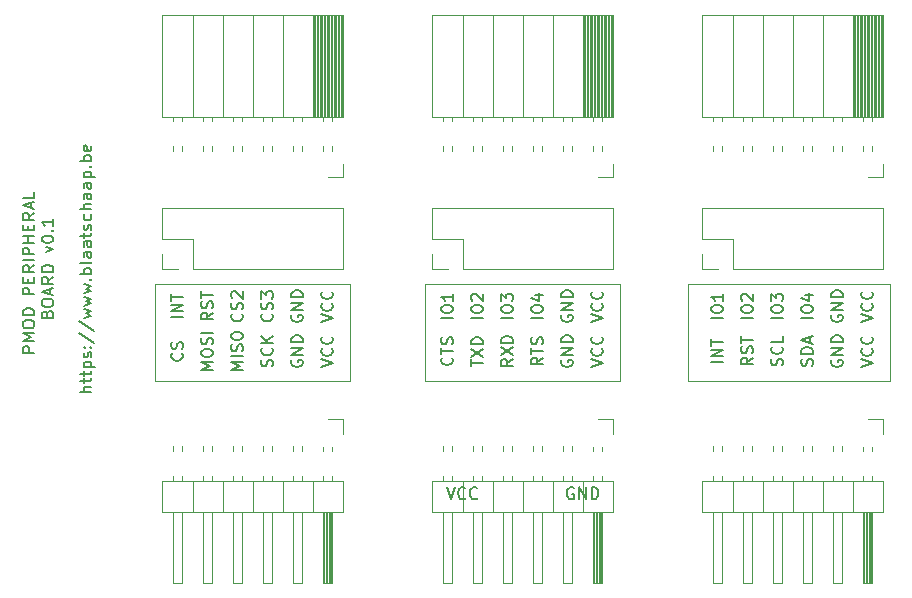
<source format=gbr>
%TF.GenerationSoftware,KiCad,Pcbnew,(6.0.5)*%
%TF.CreationDate,2022-05-29T15:24:28+02:00*%
%TF.ProjectId,pmod_peripheral,706d6f64-5f70-4657-9269-70686572616c,rev?*%
%TF.SameCoordinates,Original*%
%TF.FileFunction,Legend,Top*%
%TF.FilePolarity,Positive*%
%FSLAX46Y46*%
G04 Gerber Fmt 4.6, Leading zero omitted, Abs format (unit mm)*
G04 Created by KiCad (PCBNEW (6.0.5)) date 2022-05-29 15:24:28*
%MOMM*%
%LPD*%
G01*
G04 APERTURE LIST*
%ADD10C,0.120000*%
%ADD11C,0.150000*%
G04 APERTURE END LIST*
D10*
X84455000Y-71120000D02*
X100965000Y-71120000D01*
X100965000Y-71120000D02*
X100965000Y-79375000D01*
X100965000Y-79375000D02*
X84455000Y-79375000D01*
X84455000Y-79375000D02*
X84455000Y-71120000D01*
X61595000Y-71120000D02*
X78105000Y-71120000D01*
X78105000Y-71120000D02*
X78105000Y-79375000D01*
X78105000Y-79375000D02*
X61595000Y-79375000D01*
X61595000Y-79375000D02*
X61595000Y-71120000D01*
X106680000Y-71120000D02*
X123825000Y-71120000D01*
X123825000Y-71120000D02*
X123825000Y-79375000D01*
X123825000Y-79375000D02*
X106680000Y-79375000D01*
X106680000Y-79375000D02*
X106680000Y-71120000D01*
D11*
X109672380Y-77739761D02*
X108672380Y-77739761D01*
X109672380Y-77263571D02*
X108672380Y-77263571D01*
X109672380Y-76692142D01*
X108672380Y-76692142D01*
X108672380Y-76358809D02*
X108672380Y-75787380D01*
X109672380Y-76073095D02*
X108672380Y-76073095D01*
X97028095Y-88400000D02*
X96932857Y-88352380D01*
X96790000Y-88352380D01*
X96647142Y-88400000D01*
X96551904Y-88495238D01*
X96504285Y-88590476D01*
X96456666Y-88780952D01*
X96456666Y-88923809D01*
X96504285Y-89114285D01*
X96551904Y-89209523D01*
X96647142Y-89304761D01*
X96790000Y-89352380D01*
X96885238Y-89352380D01*
X97028095Y-89304761D01*
X97075714Y-89257142D01*
X97075714Y-88923809D01*
X96885238Y-88923809D01*
X97504285Y-89352380D02*
X97504285Y-88352380D01*
X98075714Y-89352380D01*
X98075714Y-88352380D01*
X98551904Y-89352380D02*
X98551904Y-88352380D01*
X98790000Y-88352380D01*
X98932857Y-88400000D01*
X99028095Y-88495238D01*
X99075714Y-88590476D01*
X99123333Y-88780952D01*
X99123333Y-88923809D01*
X99075714Y-89114285D01*
X99028095Y-89209523D01*
X98932857Y-89304761D01*
X98790000Y-89352380D01*
X98551904Y-89352380D01*
X63952380Y-73929761D02*
X62952380Y-73929761D01*
X63952380Y-73453571D02*
X62952380Y-73453571D01*
X63952380Y-72882142D01*
X62952380Y-72882142D01*
X62952380Y-72548809D02*
X62952380Y-71977380D01*
X63952380Y-72263095D02*
X62952380Y-72263095D01*
X73160000Y-73786904D02*
X73112380Y-73882142D01*
X73112380Y-74025000D01*
X73160000Y-74167857D01*
X73255238Y-74263095D01*
X73350476Y-74310714D01*
X73540952Y-74358333D01*
X73683809Y-74358333D01*
X73874285Y-74310714D01*
X73969523Y-74263095D01*
X74064761Y-74167857D01*
X74112380Y-74025000D01*
X74112380Y-73929761D01*
X74064761Y-73786904D01*
X74017142Y-73739285D01*
X73683809Y-73739285D01*
X73683809Y-73929761D01*
X74112380Y-73310714D02*
X73112380Y-73310714D01*
X74112380Y-72739285D01*
X73112380Y-72739285D01*
X74112380Y-72263095D02*
X73112380Y-72263095D01*
X73112380Y-72025000D01*
X73160000Y-71882142D01*
X73255238Y-71786904D01*
X73350476Y-71739285D01*
X73540952Y-71691666D01*
X73683809Y-71691666D01*
X73874285Y-71739285D01*
X73969523Y-71786904D01*
X74064761Y-71882142D01*
X74112380Y-72025000D01*
X74112380Y-72263095D01*
X96020000Y-77596904D02*
X95972380Y-77692142D01*
X95972380Y-77835000D01*
X96020000Y-77977857D01*
X96115238Y-78073095D01*
X96210476Y-78120714D01*
X96400952Y-78168333D01*
X96543809Y-78168333D01*
X96734285Y-78120714D01*
X96829523Y-78073095D01*
X96924761Y-77977857D01*
X96972380Y-77835000D01*
X96972380Y-77739761D01*
X96924761Y-77596904D01*
X96877142Y-77549285D01*
X96543809Y-77549285D01*
X96543809Y-77739761D01*
X96972380Y-77120714D02*
X95972380Y-77120714D01*
X96972380Y-76549285D01*
X95972380Y-76549285D01*
X96972380Y-76073095D02*
X95972380Y-76073095D01*
X95972380Y-75835000D01*
X96020000Y-75692142D01*
X96115238Y-75596904D01*
X96210476Y-75549285D01*
X96400952Y-75501666D01*
X96543809Y-75501666D01*
X96734285Y-75549285D01*
X96829523Y-75596904D01*
X96924761Y-75692142D01*
X96972380Y-75835000D01*
X96972380Y-76073095D01*
X88352380Y-78096904D02*
X88352380Y-77525476D01*
X89352380Y-77811190D02*
X88352380Y-77811190D01*
X88352380Y-77287380D02*
X89352380Y-76620714D01*
X88352380Y-76620714D02*
X89352380Y-77287380D01*
X89352380Y-76239761D02*
X88352380Y-76239761D01*
X88352380Y-76001666D01*
X88400000Y-75858809D01*
X88495238Y-75763571D01*
X88590476Y-75715952D01*
X88780952Y-75668333D01*
X88923809Y-75668333D01*
X89114285Y-75715952D01*
X89209523Y-75763571D01*
X89304761Y-75858809D01*
X89352380Y-76001666D01*
X89352380Y-76239761D01*
X94432380Y-77382619D02*
X93956190Y-77715952D01*
X94432380Y-77954047D02*
X93432380Y-77954047D01*
X93432380Y-77573095D01*
X93480000Y-77477857D01*
X93527619Y-77430238D01*
X93622857Y-77382619D01*
X93765714Y-77382619D01*
X93860952Y-77430238D01*
X93908571Y-77477857D01*
X93956190Y-77573095D01*
X93956190Y-77954047D01*
X93432380Y-77096904D02*
X93432380Y-76525476D01*
X94432380Y-76811190D02*
X93432380Y-76811190D01*
X94384761Y-76239761D02*
X94432380Y-76096904D01*
X94432380Y-75858809D01*
X94384761Y-75763571D01*
X94337142Y-75715952D01*
X94241904Y-75668333D01*
X94146666Y-75668333D01*
X94051428Y-75715952D01*
X94003809Y-75763571D01*
X93956190Y-75858809D01*
X93908571Y-76049285D01*
X93860952Y-76144523D01*
X93813333Y-76192142D01*
X93718095Y-76239761D01*
X93622857Y-76239761D01*
X93527619Y-76192142D01*
X93480000Y-76144523D01*
X93432380Y-76049285D01*
X93432380Y-75811190D01*
X93480000Y-75668333D01*
X121372380Y-78168333D02*
X122372380Y-77835000D01*
X121372380Y-77501666D01*
X122277142Y-76596904D02*
X122324761Y-76644523D01*
X122372380Y-76787380D01*
X122372380Y-76882619D01*
X122324761Y-77025476D01*
X122229523Y-77120714D01*
X122134285Y-77168333D01*
X121943809Y-77215952D01*
X121800952Y-77215952D01*
X121610476Y-77168333D01*
X121515238Y-77120714D01*
X121420000Y-77025476D01*
X121372380Y-76882619D01*
X121372380Y-76787380D01*
X121420000Y-76644523D01*
X121467619Y-76596904D01*
X122277142Y-75596904D02*
X122324761Y-75644523D01*
X122372380Y-75787380D01*
X122372380Y-75882619D01*
X122324761Y-76025476D01*
X122229523Y-76120714D01*
X122134285Y-76168333D01*
X121943809Y-76215952D01*
X121800952Y-76215952D01*
X121610476Y-76168333D01*
X121515238Y-76120714D01*
X121420000Y-76025476D01*
X121372380Y-75882619D01*
X121372380Y-75787380D01*
X121420000Y-75644523D01*
X121467619Y-75596904D01*
X109672380Y-74025000D02*
X108672380Y-74025000D01*
X108672380Y-73358333D02*
X108672380Y-73167857D01*
X108720000Y-73072619D01*
X108815238Y-72977380D01*
X109005714Y-72929761D01*
X109339047Y-72929761D01*
X109529523Y-72977380D01*
X109624761Y-73072619D01*
X109672380Y-73167857D01*
X109672380Y-73358333D01*
X109624761Y-73453571D01*
X109529523Y-73548809D01*
X109339047Y-73596428D01*
X109005714Y-73596428D01*
X108815238Y-73548809D01*
X108720000Y-73453571D01*
X108672380Y-73358333D01*
X109672380Y-71977380D02*
X109672380Y-72548809D01*
X109672380Y-72263095D02*
X108672380Y-72263095D01*
X108815238Y-72358333D01*
X108910476Y-72453571D01*
X108958095Y-72548809D01*
X86717142Y-77382619D02*
X86764761Y-77430238D01*
X86812380Y-77573095D01*
X86812380Y-77668333D01*
X86764761Y-77811190D01*
X86669523Y-77906428D01*
X86574285Y-77954047D01*
X86383809Y-78001666D01*
X86240952Y-78001666D01*
X86050476Y-77954047D01*
X85955238Y-77906428D01*
X85860000Y-77811190D01*
X85812380Y-77668333D01*
X85812380Y-77573095D01*
X85860000Y-77430238D01*
X85907619Y-77382619D01*
X85812380Y-77096904D02*
X85812380Y-76525476D01*
X86812380Y-76811190D02*
X85812380Y-76811190D01*
X86764761Y-76239761D02*
X86812380Y-76096904D01*
X86812380Y-75858809D01*
X86764761Y-75763571D01*
X86717142Y-75715952D01*
X86621904Y-75668333D01*
X86526666Y-75668333D01*
X86431428Y-75715952D01*
X86383809Y-75763571D01*
X86336190Y-75858809D01*
X86288571Y-76049285D01*
X86240952Y-76144523D01*
X86193333Y-76192142D01*
X86098095Y-76239761D01*
X86002857Y-76239761D01*
X85907619Y-76192142D01*
X85860000Y-76144523D01*
X85812380Y-76049285D01*
X85812380Y-75811190D01*
X85860000Y-75668333D01*
X51377380Y-76969047D02*
X50377380Y-76969047D01*
X50377380Y-76588095D01*
X50425000Y-76492857D01*
X50472619Y-76445238D01*
X50567857Y-76397619D01*
X50710714Y-76397619D01*
X50805952Y-76445238D01*
X50853571Y-76492857D01*
X50901190Y-76588095D01*
X50901190Y-76969047D01*
X51377380Y-75969047D02*
X50377380Y-75969047D01*
X51091666Y-75635714D01*
X50377380Y-75302380D01*
X51377380Y-75302380D01*
X50377380Y-74635714D02*
X50377380Y-74445238D01*
X50425000Y-74350000D01*
X50520238Y-74254761D01*
X50710714Y-74207142D01*
X51044047Y-74207142D01*
X51234523Y-74254761D01*
X51329761Y-74350000D01*
X51377380Y-74445238D01*
X51377380Y-74635714D01*
X51329761Y-74730952D01*
X51234523Y-74826190D01*
X51044047Y-74873809D01*
X50710714Y-74873809D01*
X50520238Y-74826190D01*
X50425000Y-74730952D01*
X50377380Y-74635714D01*
X51377380Y-73778571D02*
X50377380Y-73778571D01*
X50377380Y-73540476D01*
X50425000Y-73397619D01*
X50520238Y-73302380D01*
X50615476Y-73254761D01*
X50805952Y-73207142D01*
X50948809Y-73207142D01*
X51139285Y-73254761D01*
X51234523Y-73302380D01*
X51329761Y-73397619D01*
X51377380Y-73540476D01*
X51377380Y-73778571D01*
X51377380Y-72016666D02*
X50377380Y-72016666D01*
X50377380Y-71635714D01*
X50425000Y-71540476D01*
X50472619Y-71492857D01*
X50567857Y-71445238D01*
X50710714Y-71445238D01*
X50805952Y-71492857D01*
X50853571Y-71540476D01*
X50901190Y-71635714D01*
X50901190Y-72016666D01*
X50853571Y-71016666D02*
X50853571Y-70683333D01*
X51377380Y-70540476D02*
X51377380Y-71016666D01*
X50377380Y-71016666D01*
X50377380Y-70540476D01*
X51377380Y-69540476D02*
X50901190Y-69873809D01*
X51377380Y-70111904D02*
X50377380Y-70111904D01*
X50377380Y-69730952D01*
X50425000Y-69635714D01*
X50472619Y-69588095D01*
X50567857Y-69540476D01*
X50710714Y-69540476D01*
X50805952Y-69588095D01*
X50853571Y-69635714D01*
X50901190Y-69730952D01*
X50901190Y-70111904D01*
X51377380Y-69111904D02*
X50377380Y-69111904D01*
X51377380Y-68635714D02*
X50377380Y-68635714D01*
X50377380Y-68254761D01*
X50425000Y-68159523D01*
X50472619Y-68111904D01*
X50567857Y-68064285D01*
X50710714Y-68064285D01*
X50805952Y-68111904D01*
X50853571Y-68159523D01*
X50901190Y-68254761D01*
X50901190Y-68635714D01*
X51377380Y-67635714D02*
X50377380Y-67635714D01*
X50853571Y-67635714D02*
X50853571Y-67064285D01*
X51377380Y-67064285D02*
X50377380Y-67064285D01*
X50853571Y-66588095D02*
X50853571Y-66254761D01*
X51377380Y-66111904D02*
X51377380Y-66588095D01*
X50377380Y-66588095D01*
X50377380Y-66111904D01*
X51377380Y-65111904D02*
X50901190Y-65445238D01*
X51377380Y-65683333D02*
X50377380Y-65683333D01*
X50377380Y-65302380D01*
X50425000Y-65207142D01*
X50472619Y-65159523D01*
X50567857Y-65111904D01*
X50710714Y-65111904D01*
X50805952Y-65159523D01*
X50853571Y-65207142D01*
X50901190Y-65302380D01*
X50901190Y-65683333D01*
X51091666Y-64730952D02*
X51091666Y-64254761D01*
X51377380Y-64826190D02*
X50377380Y-64492857D01*
X51377380Y-64159523D01*
X51377380Y-63350000D02*
X51377380Y-63826190D01*
X50377380Y-63826190D01*
X52463571Y-73683333D02*
X52511190Y-73540476D01*
X52558809Y-73492857D01*
X52654047Y-73445238D01*
X52796904Y-73445238D01*
X52892142Y-73492857D01*
X52939761Y-73540476D01*
X52987380Y-73635714D01*
X52987380Y-74016666D01*
X51987380Y-74016666D01*
X51987380Y-73683333D01*
X52035000Y-73588095D01*
X52082619Y-73540476D01*
X52177857Y-73492857D01*
X52273095Y-73492857D01*
X52368333Y-73540476D01*
X52415952Y-73588095D01*
X52463571Y-73683333D01*
X52463571Y-74016666D01*
X51987380Y-72826190D02*
X51987380Y-72635714D01*
X52035000Y-72540476D01*
X52130238Y-72445238D01*
X52320714Y-72397619D01*
X52654047Y-72397619D01*
X52844523Y-72445238D01*
X52939761Y-72540476D01*
X52987380Y-72635714D01*
X52987380Y-72826190D01*
X52939761Y-72921428D01*
X52844523Y-73016666D01*
X52654047Y-73064285D01*
X52320714Y-73064285D01*
X52130238Y-73016666D01*
X52035000Y-72921428D01*
X51987380Y-72826190D01*
X52701666Y-72016666D02*
X52701666Y-71540476D01*
X52987380Y-72111904D02*
X51987380Y-71778571D01*
X52987380Y-71445238D01*
X52987380Y-70540476D02*
X52511190Y-70873809D01*
X52987380Y-71111904D02*
X51987380Y-71111904D01*
X51987380Y-70730952D01*
X52035000Y-70635714D01*
X52082619Y-70588095D01*
X52177857Y-70540476D01*
X52320714Y-70540476D01*
X52415952Y-70588095D01*
X52463571Y-70635714D01*
X52511190Y-70730952D01*
X52511190Y-71111904D01*
X52987380Y-70111904D02*
X51987380Y-70111904D01*
X51987380Y-69873809D01*
X52035000Y-69730952D01*
X52130238Y-69635714D01*
X52225476Y-69588095D01*
X52415952Y-69540476D01*
X52558809Y-69540476D01*
X52749285Y-69588095D01*
X52844523Y-69635714D01*
X52939761Y-69730952D01*
X52987380Y-69873809D01*
X52987380Y-70111904D01*
X52320714Y-68445238D02*
X52987380Y-68207142D01*
X52320714Y-67969047D01*
X51987380Y-67397619D02*
X51987380Y-67302380D01*
X52035000Y-67207142D01*
X52082619Y-67159523D01*
X52177857Y-67111904D01*
X52368333Y-67064285D01*
X52606428Y-67064285D01*
X52796904Y-67111904D01*
X52892142Y-67159523D01*
X52939761Y-67207142D01*
X52987380Y-67302380D01*
X52987380Y-67397619D01*
X52939761Y-67492857D01*
X52892142Y-67540476D01*
X52796904Y-67588095D01*
X52606428Y-67635714D01*
X52368333Y-67635714D01*
X52177857Y-67588095D01*
X52082619Y-67540476D01*
X52035000Y-67492857D01*
X51987380Y-67397619D01*
X52892142Y-66635714D02*
X52939761Y-66588095D01*
X52987380Y-66635714D01*
X52939761Y-66683333D01*
X52892142Y-66635714D01*
X52987380Y-66635714D01*
X52987380Y-65635714D02*
X52987380Y-66207142D01*
X52987380Y-65921428D02*
X51987380Y-65921428D01*
X52130238Y-66016666D01*
X52225476Y-66111904D01*
X52273095Y-66207142D01*
X56207380Y-80254761D02*
X55207380Y-80254761D01*
X56207380Y-79826190D02*
X55683571Y-79826190D01*
X55588333Y-79873809D01*
X55540714Y-79969047D01*
X55540714Y-80111904D01*
X55588333Y-80207142D01*
X55635952Y-80254761D01*
X55540714Y-79492857D02*
X55540714Y-79111904D01*
X55207380Y-79350000D02*
X56064523Y-79350000D01*
X56159761Y-79302380D01*
X56207380Y-79207142D01*
X56207380Y-79111904D01*
X55540714Y-78921428D02*
X55540714Y-78540476D01*
X55207380Y-78778571D02*
X56064523Y-78778571D01*
X56159761Y-78730952D01*
X56207380Y-78635714D01*
X56207380Y-78540476D01*
X55540714Y-78207142D02*
X56540714Y-78207142D01*
X55588333Y-78207142D02*
X55540714Y-78111904D01*
X55540714Y-77921428D01*
X55588333Y-77826190D01*
X55635952Y-77778571D01*
X55731190Y-77730952D01*
X56016904Y-77730952D01*
X56112142Y-77778571D01*
X56159761Y-77826190D01*
X56207380Y-77921428D01*
X56207380Y-78111904D01*
X56159761Y-78207142D01*
X56159761Y-77350000D02*
X56207380Y-77254761D01*
X56207380Y-77064285D01*
X56159761Y-76969047D01*
X56064523Y-76921428D01*
X56016904Y-76921428D01*
X55921666Y-76969047D01*
X55874047Y-77064285D01*
X55874047Y-77207142D01*
X55826428Y-77302380D01*
X55731190Y-77350000D01*
X55683571Y-77350000D01*
X55588333Y-77302380D01*
X55540714Y-77207142D01*
X55540714Y-77064285D01*
X55588333Y-76969047D01*
X56112142Y-76492857D02*
X56159761Y-76445238D01*
X56207380Y-76492857D01*
X56159761Y-76540476D01*
X56112142Y-76492857D01*
X56207380Y-76492857D01*
X55588333Y-76492857D02*
X55635952Y-76445238D01*
X55683571Y-76492857D01*
X55635952Y-76540476D01*
X55588333Y-76492857D01*
X55683571Y-76492857D01*
X55159761Y-75302380D02*
X56445476Y-76159523D01*
X55159761Y-74254761D02*
X56445476Y-75111904D01*
X55540714Y-74016666D02*
X56207380Y-73826190D01*
X55731190Y-73635714D01*
X56207380Y-73445238D01*
X55540714Y-73254761D01*
X55540714Y-72969047D02*
X56207380Y-72778571D01*
X55731190Y-72588095D01*
X56207380Y-72397619D01*
X55540714Y-72207142D01*
X55540714Y-71921428D02*
X56207380Y-71730952D01*
X55731190Y-71540476D01*
X56207380Y-71350000D01*
X55540714Y-71159523D01*
X56112142Y-70778571D02*
X56159761Y-70730952D01*
X56207380Y-70778571D01*
X56159761Y-70826190D01*
X56112142Y-70778571D01*
X56207380Y-70778571D01*
X56207380Y-70302380D02*
X55207380Y-70302380D01*
X55588333Y-70302380D02*
X55540714Y-70207142D01*
X55540714Y-70016666D01*
X55588333Y-69921428D01*
X55635952Y-69873809D01*
X55731190Y-69826190D01*
X56016904Y-69826190D01*
X56112142Y-69873809D01*
X56159761Y-69921428D01*
X56207380Y-70016666D01*
X56207380Y-70207142D01*
X56159761Y-70302380D01*
X56207380Y-69254761D02*
X56159761Y-69350000D01*
X56064523Y-69397619D01*
X55207380Y-69397619D01*
X56207380Y-68445238D02*
X55683571Y-68445238D01*
X55588333Y-68492857D01*
X55540714Y-68588095D01*
X55540714Y-68778571D01*
X55588333Y-68873809D01*
X56159761Y-68445238D02*
X56207380Y-68540476D01*
X56207380Y-68778571D01*
X56159761Y-68873809D01*
X56064523Y-68921428D01*
X55969285Y-68921428D01*
X55874047Y-68873809D01*
X55826428Y-68778571D01*
X55826428Y-68540476D01*
X55778809Y-68445238D01*
X56207380Y-67540476D02*
X55683571Y-67540476D01*
X55588333Y-67588095D01*
X55540714Y-67683333D01*
X55540714Y-67873809D01*
X55588333Y-67969047D01*
X56159761Y-67540476D02*
X56207380Y-67635714D01*
X56207380Y-67873809D01*
X56159761Y-67969047D01*
X56064523Y-68016666D01*
X55969285Y-68016666D01*
X55874047Y-67969047D01*
X55826428Y-67873809D01*
X55826428Y-67635714D01*
X55778809Y-67540476D01*
X55540714Y-67207142D02*
X55540714Y-66826190D01*
X55207380Y-67064285D02*
X56064523Y-67064285D01*
X56159761Y-67016666D01*
X56207380Y-66921428D01*
X56207380Y-66826190D01*
X56159761Y-66540476D02*
X56207380Y-66445238D01*
X56207380Y-66254761D01*
X56159761Y-66159523D01*
X56064523Y-66111904D01*
X56016904Y-66111904D01*
X55921666Y-66159523D01*
X55874047Y-66254761D01*
X55874047Y-66397619D01*
X55826428Y-66492857D01*
X55731190Y-66540476D01*
X55683571Y-66540476D01*
X55588333Y-66492857D01*
X55540714Y-66397619D01*
X55540714Y-66254761D01*
X55588333Y-66159523D01*
X56159761Y-65254761D02*
X56207380Y-65350000D01*
X56207380Y-65540476D01*
X56159761Y-65635714D01*
X56112142Y-65683333D01*
X56016904Y-65730952D01*
X55731190Y-65730952D01*
X55635952Y-65683333D01*
X55588333Y-65635714D01*
X55540714Y-65540476D01*
X55540714Y-65350000D01*
X55588333Y-65254761D01*
X56207380Y-64826190D02*
X55207380Y-64826190D01*
X56207380Y-64397619D02*
X55683571Y-64397619D01*
X55588333Y-64445238D01*
X55540714Y-64540476D01*
X55540714Y-64683333D01*
X55588333Y-64778571D01*
X55635952Y-64826190D01*
X56207380Y-63492857D02*
X55683571Y-63492857D01*
X55588333Y-63540476D01*
X55540714Y-63635714D01*
X55540714Y-63826190D01*
X55588333Y-63921428D01*
X56159761Y-63492857D02*
X56207380Y-63588095D01*
X56207380Y-63826190D01*
X56159761Y-63921428D01*
X56064523Y-63969047D01*
X55969285Y-63969047D01*
X55874047Y-63921428D01*
X55826428Y-63826190D01*
X55826428Y-63588095D01*
X55778809Y-63492857D01*
X56207380Y-62588095D02*
X55683571Y-62588095D01*
X55588333Y-62635714D01*
X55540714Y-62730952D01*
X55540714Y-62921428D01*
X55588333Y-63016666D01*
X56159761Y-62588095D02*
X56207380Y-62683333D01*
X56207380Y-62921428D01*
X56159761Y-63016666D01*
X56064523Y-63064285D01*
X55969285Y-63064285D01*
X55874047Y-63016666D01*
X55826428Y-62921428D01*
X55826428Y-62683333D01*
X55778809Y-62588095D01*
X55540714Y-62111904D02*
X56540714Y-62111904D01*
X55588333Y-62111904D02*
X55540714Y-62016666D01*
X55540714Y-61826190D01*
X55588333Y-61730952D01*
X55635952Y-61683333D01*
X55731190Y-61635714D01*
X56016904Y-61635714D01*
X56112142Y-61683333D01*
X56159761Y-61730952D01*
X56207380Y-61826190D01*
X56207380Y-62016666D01*
X56159761Y-62111904D01*
X56112142Y-61207142D02*
X56159761Y-61159523D01*
X56207380Y-61207142D01*
X56159761Y-61254761D01*
X56112142Y-61207142D01*
X56207380Y-61207142D01*
X56207380Y-60730952D02*
X55207380Y-60730952D01*
X55588333Y-60730952D02*
X55540714Y-60635714D01*
X55540714Y-60445238D01*
X55588333Y-60350000D01*
X55635952Y-60302380D01*
X55731190Y-60254761D01*
X56016904Y-60254761D01*
X56112142Y-60302380D01*
X56159761Y-60350000D01*
X56207380Y-60445238D01*
X56207380Y-60635714D01*
X56159761Y-60730952D01*
X56159761Y-59445238D02*
X56207380Y-59540476D01*
X56207380Y-59730952D01*
X56159761Y-59826190D01*
X56064523Y-59873809D01*
X55683571Y-59873809D01*
X55588333Y-59826190D01*
X55540714Y-59730952D01*
X55540714Y-59540476D01*
X55588333Y-59445238D01*
X55683571Y-59397619D01*
X55778809Y-59397619D01*
X55874047Y-59873809D01*
X86812380Y-74025000D02*
X85812380Y-74025000D01*
X85812380Y-73358333D02*
X85812380Y-73167857D01*
X85860000Y-73072619D01*
X85955238Y-72977380D01*
X86145714Y-72929761D01*
X86479047Y-72929761D01*
X86669523Y-72977380D01*
X86764761Y-73072619D01*
X86812380Y-73167857D01*
X86812380Y-73358333D01*
X86764761Y-73453571D01*
X86669523Y-73548809D01*
X86479047Y-73596428D01*
X86145714Y-73596428D01*
X85955238Y-73548809D01*
X85860000Y-73453571D01*
X85812380Y-73358333D01*
X86812380Y-71977380D02*
X86812380Y-72548809D01*
X86812380Y-72263095D02*
X85812380Y-72263095D01*
X85955238Y-72358333D01*
X86050476Y-72453571D01*
X86098095Y-72548809D01*
X63857142Y-77001666D02*
X63904761Y-77049285D01*
X63952380Y-77192142D01*
X63952380Y-77287380D01*
X63904761Y-77430238D01*
X63809523Y-77525476D01*
X63714285Y-77573095D01*
X63523809Y-77620714D01*
X63380952Y-77620714D01*
X63190476Y-77573095D01*
X63095238Y-77525476D01*
X63000000Y-77430238D01*
X62952380Y-77287380D01*
X62952380Y-77192142D01*
X63000000Y-77049285D01*
X63047619Y-77001666D01*
X63904761Y-76620714D02*
X63952380Y-76477857D01*
X63952380Y-76239761D01*
X63904761Y-76144523D01*
X63857142Y-76096904D01*
X63761904Y-76049285D01*
X63666666Y-76049285D01*
X63571428Y-76096904D01*
X63523809Y-76144523D01*
X63476190Y-76239761D01*
X63428571Y-76430238D01*
X63380952Y-76525476D01*
X63333333Y-76573095D01*
X63238095Y-76620714D01*
X63142857Y-76620714D01*
X63047619Y-76573095D01*
X63000000Y-76525476D01*
X62952380Y-76430238D01*
X62952380Y-76192142D01*
X63000000Y-76049285D01*
X69032380Y-78406428D02*
X68032380Y-78406428D01*
X68746666Y-78073095D01*
X68032380Y-77739761D01*
X69032380Y-77739761D01*
X69032380Y-77263571D02*
X68032380Y-77263571D01*
X68984761Y-76835000D02*
X69032380Y-76692142D01*
X69032380Y-76454047D01*
X68984761Y-76358809D01*
X68937142Y-76311190D01*
X68841904Y-76263571D01*
X68746666Y-76263571D01*
X68651428Y-76311190D01*
X68603809Y-76358809D01*
X68556190Y-76454047D01*
X68508571Y-76644523D01*
X68460952Y-76739761D01*
X68413333Y-76787380D01*
X68318095Y-76835000D01*
X68222857Y-76835000D01*
X68127619Y-76787380D01*
X68080000Y-76739761D01*
X68032380Y-76644523D01*
X68032380Y-76406428D01*
X68080000Y-76263571D01*
X68032380Y-75644523D02*
X68032380Y-75454047D01*
X68080000Y-75358809D01*
X68175238Y-75263571D01*
X68365714Y-75215952D01*
X68699047Y-75215952D01*
X68889523Y-75263571D01*
X68984761Y-75358809D01*
X69032380Y-75454047D01*
X69032380Y-75644523D01*
X68984761Y-75739761D01*
X68889523Y-75835000D01*
X68699047Y-75882619D01*
X68365714Y-75882619D01*
X68175238Y-75835000D01*
X68080000Y-75739761D01*
X68032380Y-75644523D01*
X71524761Y-78120714D02*
X71572380Y-77977857D01*
X71572380Y-77739761D01*
X71524761Y-77644523D01*
X71477142Y-77596904D01*
X71381904Y-77549285D01*
X71286666Y-77549285D01*
X71191428Y-77596904D01*
X71143809Y-77644523D01*
X71096190Y-77739761D01*
X71048571Y-77930238D01*
X71000952Y-78025476D01*
X70953333Y-78073095D01*
X70858095Y-78120714D01*
X70762857Y-78120714D01*
X70667619Y-78073095D01*
X70620000Y-78025476D01*
X70572380Y-77930238D01*
X70572380Y-77692142D01*
X70620000Y-77549285D01*
X71477142Y-76549285D02*
X71524761Y-76596904D01*
X71572380Y-76739761D01*
X71572380Y-76835000D01*
X71524761Y-76977857D01*
X71429523Y-77073095D01*
X71334285Y-77120714D01*
X71143809Y-77168333D01*
X71000952Y-77168333D01*
X70810476Y-77120714D01*
X70715238Y-77073095D01*
X70620000Y-76977857D01*
X70572380Y-76835000D01*
X70572380Y-76739761D01*
X70620000Y-76596904D01*
X70667619Y-76549285D01*
X71572380Y-76120714D02*
X70572380Y-76120714D01*
X71572380Y-75549285D02*
X71000952Y-75977857D01*
X70572380Y-75549285D02*
X71143809Y-76120714D01*
X73160000Y-77596904D02*
X73112380Y-77692142D01*
X73112380Y-77835000D01*
X73160000Y-77977857D01*
X73255238Y-78073095D01*
X73350476Y-78120714D01*
X73540952Y-78168333D01*
X73683809Y-78168333D01*
X73874285Y-78120714D01*
X73969523Y-78073095D01*
X74064761Y-77977857D01*
X74112380Y-77835000D01*
X74112380Y-77739761D01*
X74064761Y-77596904D01*
X74017142Y-77549285D01*
X73683809Y-77549285D01*
X73683809Y-77739761D01*
X74112380Y-77120714D02*
X73112380Y-77120714D01*
X74112380Y-76549285D01*
X73112380Y-76549285D01*
X74112380Y-76073095D02*
X73112380Y-76073095D01*
X73112380Y-75835000D01*
X73160000Y-75692142D01*
X73255238Y-75596904D01*
X73350476Y-75549285D01*
X73540952Y-75501666D01*
X73683809Y-75501666D01*
X73874285Y-75549285D01*
X73969523Y-75596904D01*
X74064761Y-75692142D01*
X74112380Y-75835000D01*
X74112380Y-76073095D01*
X86296666Y-88352380D02*
X86630000Y-89352380D01*
X86963333Y-88352380D01*
X87868095Y-89257142D02*
X87820476Y-89304761D01*
X87677619Y-89352380D01*
X87582380Y-89352380D01*
X87439523Y-89304761D01*
X87344285Y-89209523D01*
X87296666Y-89114285D01*
X87249047Y-88923809D01*
X87249047Y-88780952D01*
X87296666Y-88590476D01*
X87344285Y-88495238D01*
X87439523Y-88400000D01*
X87582380Y-88352380D01*
X87677619Y-88352380D01*
X87820476Y-88400000D01*
X87868095Y-88447619D01*
X88868095Y-89257142D02*
X88820476Y-89304761D01*
X88677619Y-89352380D01*
X88582380Y-89352380D01*
X88439523Y-89304761D01*
X88344285Y-89209523D01*
X88296666Y-89114285D01*
X88249047Y-88923809D01*
X88249047Y-88780952D01*
X88296666Y-88590476D01*
X88344285Y-88495238D01*
X88439523Y-88400000D01*
X88582380Y-88352380D01*
X88677619Y-88352380D01*
X88820476Y-88400000D01*
X88868095Y-88447619D01*
X118880000Y-77596904D02*
X118832380Y-77692142D01*
X118832380Y-77835000D01*
X118880000Y-77977857D01*
X118975238Y-78073095D01*
X119070476Y-78120714D01*
X119260952Y-78168333D01*
X119403809Y-78168333D01*
X119594285Y-78120714D01*
X119689523Y-78073095D01*
X119784761Y-77977857D01*
X119832380Y-77835000D01*
X119832380Y-77739761D01*
X119784761Y-77596904D01*
X119737142Y-77549285D01*
X119403809Y-77549285D01*
X119403809Y-77739761D01*
X119832380Y-77120714D02*
X118832380Y-77120714D01*
X119832380Y-76549285D01*
X118832380Y-76549285D01*
X119832380Y-76073095D02*
X118832380Y-76073095D01*
X118832380Y-75835000D01*
X118880000Y-75692142D01*
X118975238Y-75596904D01*
X119070476Y-75549285D01*
X119260952Y-75501666D01*
X119403809Y-75501666D01*
X119594285Y-75549285D01*
X119689523Y-75596904D01*
X119784761Y-75692142D01*
X119832380Y-75835000D01*
X119832380Y-76073095D01*
X75652380Y-78168333D02*
X76652380Y-77835000D01*
X75652380Y-77501666D01*
X76557142Y-76596904D02*
X76604761Y-76644523D01*
X76652380Y-76787380D01*
X76652380Y-76882619D01*
X76604761Y-77025476D01*
X76509523Y-77120714D01*
X76414285Y-77168333D01*
X76223809Y-77215952D01*
X76080952Y-77215952D01*
X75890476Y-77168333D01*
X75795238Y-77120714D01*
X75700000Y-77025476D01*
X75652380Y-76882619D01*
X75652380Y-76787380D01*
X75700000Y-76644523D01*
X75747619Y-76596904D01*
X76557142Y-75596904D02*
X76604761Y-75644523D01*
X76652380Y-75787380D01*
X76652380Y-75882619D01*
X76604761Y-76025476D01*
X76509523Y-76120714D01*
X76414285Y-76168333D01*
X76223809Y-76215952D01*
X76080952Y-76215952D01*
X75890476Y-76168333D01*
X75795238Y-76120714D01*
X75700000Y-76025476D01*
X75652380Y-75882619D01*
X75652380Y-75787380D01*
X75700000Y-75644523D01*
X75747619Y-75596904D01*
X118880000Y-73786904D02*
X118832380Y-73882142D01*
X118832380Y-74025000D01*
X118880000Y-74167857D01*
X118975238Y-74263095D01*
X119070476Y-74310714D01*
X119260952Y-74358333D01*
X119403809Y-74358333D01*
X119594285Y-74310714D01*
X119689523Y-74263095D01*
X119784761Y-74167857D01*
X119832380Y-74025000D01*
X119832380Y-73929761D01*
X119784761Y-73786904D01*
X119737142Y-73739285D01*
X119403809Y-73739285D01*
X119403809Y-73929761D01*
X119832380Y-73310714D02*
X118832380Y-73310714D01*
X119832380Y-72739285D01*
X118832380Y-72739285D01*
X119832380Y-72263095D02*
X118832380Y-72263095D01*
X118832380Y-72025000D01*
X118880000Y-71882142D01*
X118975238Y-71786904D01*
X119070476Y-71739285D01*
X119260952Y-71691666D01*
X119403809Y-71691666D01*
X119594285Y-71739285D01*
X119689523Y-71786904D01*
X119784761Y-71882142D01*
X119832380Y-72025000D01*
X119832380Y-72263095D01*
X66492380Y-78406428D02*
X65492380Y-78406428D01*
X66206666Y-78073095D01*
X65492380Y-77739761D01*
X66492380Y-77739761D01*
X65492380Y-77073095D02*
X65492380Y-76882619D01*
X65540000Y-76787380D01*
X65635238Y-76692142D01*
X65825714Y-76644523D01*
X66159047Y-76644523D01*
X66349523Y-76692142D01*
X66444761Y-76787380D01*
X66492380Y-76882619D01*
X66492380Y-77073095D01*
X66444761Y-77168333D01*
X66349523Y-77263571D01*
X66159047Y-77311190D01*
X65825714Y-77311190D01*
X65635238Y-77263571D01*
X65540000Y-77168333D01*
X65492380Y-77073095D01*
X66444761Y-76263571D02*
X66492380Y-76120714D01*
X66492380Y-75882619D01*
X66444761Y-75787380D01*
X66397142Y-75739761D01*
X66301904Y-75692142D01*
X66206666Y-75692142D01*
X66111428Y-75739761D01*
X66063809Y-75787380D01*
X66016190Y-75882619D01*
X65968571Y-76073095D01*
X65920952Y-76168333D01*
X65873333Y-76215952D01*
X65778095Y-76263571D01*
X65682857Y-76263571D01*
X65587619Y-76215952D01*
X65540000Y-76168333D01*
X65492380Y-76073095D01*
X65492380Y-75835000D01*
X65540000Y-75692142D01*
X66492380Y-75263571D02*
X65492380Y-75263571D01*
X94432380Y-74025000D02*
X93432380Y-74025000D01*
X93432380Y-73358333D02*
X93432380Y-73167857D01*
X93480000Y-73072619D01*
X93575238Y-72977380D01*
X93765714Y-72929761D01*
X94099047Y-72929761D01*
X94289523Y-72977380D01*
X94384761Y-73072619D01*
X94432380Y-73167857D01*
X94432380Y-73358333D01*
X94384761Y-73453571D01*
X94289523Y-73548809D01*
X94099047Y-73596428D01*
X93765714Y-73596428D01*
X93575238Y-73548809D01*
X93480000Y-73453571D01*
X93432380Y-73358333D01*
X93765714Y-72072619D02*
X94432380Y-72072619D01*
X93384761Y-72310714D02*
X94099047Y-72548809D01*
X94099047Y-71929761D01*
X91892380Y-74025000D02*
X90892380Y-74025000D01*
X90892380Y-73358333D02*
X90892380Y-73167857D01*
X90940000Y-73072619D01*
X91035238Y-72977380D01*
X91225714Y-72929761D01*
X91559047Y-72929761D01*
X91749523Y-72977380D01*
X91844761Y-73072619D01*
X91892380Y-73167857D01*
X91892380Y-73358333D01*
X91844761Y-73453571D01*
X91749523Y-73548809D01*
X91559047Y-73596428D01*
X91225714Y-73596428D01*
X91035238Y-73548809D01*
X90940000Y-73453571D01*
X90892380Y-73358333D01*
X90892380Y-72596428D02*
X90892380Y-71977380D01*
X91273333Y-72310714D01*
X91273333Y-72167857D01*
X91320952Y-72072619D01*
X91368571Y-72025000D01*
X91463809Y-71977380D01*
X91701904Y-71977380D01*
X91797142Y-72025000D01*
X91844761Y-72072619D01*
X91892380Y-72167857D01*
X91892380Y-72453571D01*
X91844761Y-72548809D01*
X91797142Y-72596428D01*
X98512380Y-74358333D02*
X99512380Y-74025000D01*
X98512380Y-73691666D01*
X99417142Y-72786904D02*
X99464761Y-72834523D01*
X99512380Y-72977380D01*
X99512380Y-73072619D01*
X99464761Y-73215476D01*
X99369523Y-73310714D01*
X99274285Y-73358333D01*
X99083809Y-73405952D01*
X98940952Y-73405952D01*
X98750476Y-73358333D01*
X98655238Y-73310714D01*
X98560000Y-73215476D01*
X98512380Y-73072619D01*
X98512380Y-72977380D01*
X98560000Y-72834523D01*
X98607619Y-72786904D01*
X99417142Y-71786904D02*
X99464761Y-71834523D01*
X99512380Y-71977380D01*
X99512380Y-72072619D01*
X99464761Y-72215476D01*
X99369523Y-72310714D01*
X99274285Y-72358333D01*
X99083809Y-72405952D01*
X98940952Y-72405952D01*
X98750476Y-72358333D01*
X98655238Y-72310714D01*
X98560000Y-72215476D01*
X98512380Y-72072619D01*
X98512380Y-71977380D01*
X98560000Y-71834523D01*
X98607619Y-71786904D01*
X117292380Y-74025000D02*
X116292380Y-74025000D01*
X116292380Y-73358333D02*
X116292380Y-73167857D01*
X116340000Y-73072619D01*
X116435238Y-72977380D01*
X116625714Y-72929761D01*
X116959047Y-72929761D01*
X117149523Y-72977380D01*
X117244761Y-73072619D01*
X117292380Y-73167857D01*
X117292380Y-73358333D01*
X117244761Y-73453571D01*
X117149523Y-73548809D01*
X116959047Y-73596428D01*
X116625714Y-73596428D01*
X116435238Y-73548809D01*
X116340000Y-73453571D01*
X116292380Y-73358333D01*
X116625714Y-72072619D02*
X117292380Y-72072619D01*
X116244761Y-72310714D02*
X116959047Y-72548809D01*
X116959047Y-71929761D01*
X117244761Y-78049285D02*
X117292380Y-77906428D01*
X117292380Y-77668333D01*
X117244761Y-77573095D01*
X117197142Y-77525476D01*
X117101904Y-77477857D01*
X117006666Y-77477857D01*
X116911428Y-77525476D01*
X116863809Y-77573095D01*
X116816190Y-77668333D01*
X116768571Y-77858809D01*
X116720952Y-77954047D01*
X116673333Y-78001666D01*
X116578095Y-78049285D01*
X116482857Y-78049285D01*
X116387619Y-78001666D01*
X116340000Y-77954047D01*
X116292380Y-77858809D01*
X116292380Y-77620714D01*
X116340000Y-77477857D01*
X117292380Y-77049285D02*
X116292380Y-77049285D01*
X116292380Y-76811190D01*
X116340000Y-76668333D01*
X116435238Y-76573095D01*
X116530476Y-76525476D01*
X116720952Y-76477857D01*
X116863809Y-76477857D01*
X117054285Y-76525476D01*
X117149523Y-76573095D01*
X117244761Y-76668333D01*
X117292380Y-76811190D01*
X117292380Y-77049285D01*
X117006666Y-76096904D02*
X117006666Y-75620714D01*
X117292380Y-76192142D02*
X116292380Y-75858809D01*
X117292380Y-75525476D01*
X71477142Y-73667857D02*
X71524761Y-73715476D01*
X71572380Y-73858333D01*
X71572380Y-73953571D01*
X71524761Y-74096428D01*
X71429523Y-74191666D01*
X71334285Y-74239285D01*
X71143809Y-74286904D01*
X71000952Y-74286904D01*
X70810476Y-74239285D01*
X70715238Y-74191666D01*
X70620000Y-74096428D01*
X70572380Y-73953571D01*
X70572380Y-73858333D01*
X70620000Y-73715476D01*
X70667619Y-73667857D01*
X71524761Y-73286904D02*
X71572380Y-73144047D01*
X71572380Y-72905952D01*
X71524761Y-72810714D01*
X71477142Y-72763095D01*
X71381904Y-72715476D01*
X71286666Y-72715476D01*
X71191428Y-72763095D01*
X71143809Y-72810714D01*
X71096190Y-72905952D01*
X71048571Y-73096428D01*
X71000952Y-73191666D01*
X70953333Y-73239285D01*
X70858095Y-73286904D01*
X70762857Y-73286904D01*
X70667619Y-73239285D01*
X70620000Y-73191666D01*
X70572380Y-73096428D01*
X70572380Y-72858333D01*
X70620000Y-72715476D01*
X70572380Y-72382142D02*
X70572380Y-71763095D01*
X70953333Y-72096428D01*
X70953333Y-71953571D01*
X71000952Y-71858333D01*
X71048571Y-71810714D01*
X71143809Y-71763095D01*
X71381904Y-71763095D01*
X71477142Y-71810714D01*
X71524761Y-71858333D01*
X71572380Y-71953571D01*
X71572380Y-72239285D01*
X71524761Y-72334523D01*
X71477142Y-72382142D01*
X91892380Y-77501666D02*
X91416190Y-77835000D01*
X91892380Y-78073095D02*
X90892380Y-78073095D01*
X90892380Y-77692142D01*
X90940000Y-77596904D01*
X90987619Y-77549285D01*
X91082857Y-77501666D01*
X91225714Y-77501666D01*
X91320952Y-77549285D01*
X91368571Y-77596904D01*
X91416190Y-77692142D01*
X91416190Y-78073095D01*
X90892380Y-77168333D02*
X91892380Y-76501666D01*
X90892380Y-76501666D02*
X91892380Y-77168333D01*
X91892380Y-76120714D02*
X90892380Y-76120714D01*
X90892380Y-75882619D01*
X90940000Y-75739761D01*
X91035238Y-75644523D01*
X91130476Y-75596904D01*
X91320952Y-75549285D01*
X91463809Y-75549285D01*
X91654285Y-75596904D01*
X91749523Y-75644523D01*
X91844761Y-75739761D01*
X91892380Y-75882619D01*
X91892380Y-76120714D01*
X89352380Y-74025000D02*
X88352380Y-74025000D01*
X88352380Y-73358333D02*
X88352380Y-73167857D01*
X88400000Y-73072619D01*
X88495238Y-72977380D01*
X88685714Y-72929761D01*
X89019047Y-72929761D01*
X89209523Y-72977380D01*
X89304761Y-73072619D01*
X89352380Y-73167857D01*
X89352380Y-73358333D01*
X89304761Y-73453571D01*
X89209523Y-73548809D01*
X89019047Y-73596428D01*
X88685714Y-73596428D01*
X88495238Y-73548809D01*
X88400000Y-73453571D01*
X88352380Y-73358333D01*
X88447619Y-72548809D02*
X88400000Y-72501190D01*
X88352380Y-72405952D01*
X88352380Y-72167857D01*
X88400000Y-72072619D01*
X88447619Y-72025000D01*
X88542857Y-71977380D01*
X88638095Y-71977380D01*
X88780952Y-72025000D01*
X89352380Y-72596428D01*
X89352380Y-71977380D01*
X114752380Y-74025000D02*
X113752380Y-74025000D01*
X113752380Y-73358333D02*
X113752380Y-73167857D01*
X113800000Y-73072619D01*
X113895238Y-72977380D01*
X114085714Y-72929761D01*
X114419047Y-72929761D01*
X114609523Y-72977380D01*
X114704761Y-73072619D01*
X114752380Y-73167857D01*
X114752380Y-73358333D01*
X114704761Y-73453571D01*
X114609523Y-73548809D01*
X114419047Y-73596428D01*
X114085714Y-73596428D01*
X113895238Y-73548809D01*
X113800000Y-73453571D01*
X113752380Y-73358333D01*
X113752380Y-72596428D02*
X113752380Y-71977380D01*
X114133333Y-72310714D01*
X114133333Y-72167857D01*
X114180952Y-72072619D01*
X114228571Y-72025000D01*
X114323809Y-71977380D01*
X114561904Y-71977380D01*
X114657142Y-72025000D01*
X114704761Y-72072619D01*
X114752380Y-72167857D01*
X114752380Y-72453571D01*
X114704761Y-72548809D01*
X114657142Y-72596428D01*
X112212380Y-77382619D02*
X111736190Y-77715952D01*
X112212380Y-77954047D02*
X111212380Y-77954047D01*
X111212380Y-77573095D01*
X111260000Y-77477857D01*
X111307619Y-77430238D01*
X111402857Y-77382619D01*
X111545714Y-77382619D01*
X111640952Y-77430238D01*
X111688571Y-77477857D01*
X111736190Y-77573095D01*
X111736190Y-77954047D01*
X112164761Y-77001666D02*
X112212380Y-76858809D01*
X112212380Y-76620714D01*
X112164761Y-76525476D01*
X112117142Y-76477857D01*
X112021904Y-76430238D01*
X111926666Y-76430238D01*
X111831428Y-76477857D01*
X111783809Y-76525476D01*
X111736190Y-76620714D01*
X111688571Y-76811190D01*
X111640952Y-76906428D01*
X111593333Y-76954047D01*
X111498095Y-77001666D01*
X111402857Y-77001666D01*
X111307619Y-76954047D01*
X111260000Y-76906428D01*
X111212380Y-76811190D01*
X111212380Y-76573095D01*
X111260000Y-76430238D01*
X111212380Y-76144523D02*
X111212380Y-75573095D01*
X112212380Y-75858809D02*
X111212380Y-75858809D01*
X121372380Y-74358333D02*
X122372380Y-74025000D01*
X121372380Y-73691666D01*
X122277142Y-72786904D02*
X122324761Y-72834523D01*
X122372380Y-72977380D01*
X122372380Y-73072619D01*
X122324761Y-73215476D01*
X122229523Y-73310714D01*
X122134285Y-73358333D01*
X121943809Y-73405952D01*
X121800952Y-73405952D01*
X121610476Y-73358333D01*
X121515238Y-73310714D01*
X121420000Y-73215476D01*
X121372380Y-73072619D01*
X121372380Y-72977380D01*
X121420000Y-72834523D01*
X121467619Y-72786904D01*
X122277142Y-71786904D02*
X122324761Y-71834523D01*
X122372380Y-71977380D01*
X122372380Y-72072619D01*
X122324761Y-72215476D01*
X122229523Y-72310714D01*
X122134285Y-72358333D01*
X121943809Y-72405952D01*
X121800952Y-72405952D01*
X121610476Y-72358333D01*
X121515238Y-72310714D01*
X121420000Y-72215476D01*
X121372380Y-72072619D01*
X121372380Y-71977380D01*
X121420000Y-71834523D01*
X121467619Y-71786904D01*
X68937142Y-73667857D02*
X68984761Y-73715476D01*
X69032380Y-73858333D01*
X69032380Y-73953571D01*
X68984761Y-74096428D01*
X68889523Y-74191666D01*
X68794285Y-74239285D01*
X68603809Y-74286904D01*
X68460952Y-74286904D01*
X68270476Y-74239285D01*
X68175238Y-74191666D01*
X68080000Y-74096428D01*
X68032380Y-73953571D01*
X68032380Y-73858333D01*
X68080000Y-73715476D01*
X68127619Y-73667857D01*
X68984761Y-73286904D02*
X69032380Y-73144047D01*
X69032380Y-72905952D01*
X68984761Y-72810714D01*
X68937142Y-72763095D01*
X68841904Y-72715476D01*
X68746666Y-72715476D01*
X68651428Y-72763095D01*
X68603809Y-72810714D01*
X68556190Y-72905952D01*
X68508571Y-73096428D01*
X68460952Y-73191666D01*
X68413333Y-73239285D01*
X68318095Y-73286904D01*
X68222857Y-73286904D01*
X68127619Y-73239285D01*
X68080000Y-73191666D01*
X68032380Y-73096428D01*
X68032380Y-72858333D01*
X68080000Y-72715476D01*
X68127619Y-72334523D02*
X68080000Y-72286904D01*
X68032380Y-72191666D01*
X68032380Y-71953571D01*
X68080000Y-71858333D01*
X68127619Y-71810714D01*
X68222857Y-71763095D01*
X68318095Y-71763095D01*
X68460952Y-71810714D01*
X69032380Y-72382142D01*
X69032380Y-71763095D01*
X114704761Y-78025476D02*
X114752380Y-77882619D01*
X114752380Y-77644523D01*
X114704761Y-77549285D01*
X114657142Y-77501666D01*
X114561904Y-77454047D01*
X114466666Y-77454047D01*
X114371428Y-77501666D01*
X114323809Y-77549285D01*
X114276190Y-77644523D01*
X114228571Y-77835000D01*
X114180952Y-77930238D01*
X114133333Y-77977857D01*
X114038095Y-78025476D01*
X113942857Y-78025476D01*
X113847619Y-77977857D01*
X113800000Y-77930238D01*
X113752380Y-77835000D01*
X113752380Y-77596904D01*
X113800000Y-77454047D01*
X114657142Y-76454047D02*
X114704761Y-76501666D01*
X114752380Y-76644523D01*
X114752380Y-76739761D01*
X114704761Y-76882619D01*
X114609523Y-76977857D01*
X114514285Y-77025476D01*
X114323809Y-77073095D01*
X114180952Y-77073095D01*
X113990476Y-77025476D01*
X113895238Y-76977857D01*
X113800000Y-76882619D01*
X113752380Y-76739761D01*
X113752380Y-76644523D01*
X113800000Y-76501666D01*
X113847619Y-76454047D01*
X114752380Y-75549285D02*
X114752380Y-76025476D01*
X113752380Y-76025476D01*
X112212380Y-74025000D02*
X111212380Y-74025000D01*
X111212380Y-73358333D02*
X111212380Y-73167857D01*
X111260000Y-73072619D01*
X111355238Y-72977380D01*
X111545714Y-72929761D01*
X111879047Y-72929761D01*
X112069523Y-72977380D01*
X112164761Y-73072619D01*
X112212380Y-73167857D01*
X112212380Y-73358333D01*
X112164761Y-73453571D01*
X112069523Y-73548809D01*
X111879047Y-73596428D01*
X111545714Y-73596428D01*
X111355238Y-73548809D01*
X111260000Y-73453571D01*
X111212380Y-73358333D01*
X111307619Y-72548809D02*
X111260000Y-72501190D01*
X111212380Y-72405952D01*
X111212380Y-72167857D01*
X111260000Y-72072619D01*
X111307619Y-72025000D01*
X111402857Y-71977380D01*
X111498095Y-71977380D01*
X111640952Y-72025000D01*
X112212380Y-72596428D01*
X112212380Y-71977380D01*
X66492380Y-73572619D02*
X66016190Y-73905952D01*
X66492380Y-74144047D02*
X65492380Y-74144047D01*
X65492380Y-73763095D01*
X65540000Y-73667857D01*
X65587619Y-73620238D01*
X65682857Y-73572619D01*
X65825714Y-73572619D01*
X65920952Y-73620238D01*
X65968571Y-73667857D01*
X66016190Y-73763095D01*
X66016190Y-74144047D01*
X66444761Y-73191666D02*
X66492380Y-73048809D01*
X66492380Y-72810714D01*
X66444761Y-72715476D01*
X66397142Y-72667857D01*
X66301904Y-72620238D01*
X66206666Y-72620238D01*
X66111428Y-72667857D01*
X66063809Y-72715476D01*
X66016190Y-72810714D01*
X65968571Y-73001190D01*
X65920952Y-73096428D01*
X65873333Y-73144047D01*
X65778095Y-73191666D01*
X65682857Y-73191666D01*
X65587619Y-73144047D01*
X65540000Y-73096428D01*
X65492380Y-73001190D01*
X65492380Y-72763095D01*
X65540000Y-72620238D01*
X65492380Y-72334523D02*
X65492380Y-71763095D01*
X66492380Y-72048809D02*
X65492380Y-72048809D01*
X98512380Y-78168333D02*
X99512380Y-77835000D01*
X98512380Y-77501666D01*
X99417142Y-76596904D02*
X99464761Y-76644523D01*
X99512380Y-76787380D01*
X99512380Y-76882619D01*
X99464761Y-77025476D01*
X99369523Y-77120714D01*
X99274285Y-77168333D01*
X99083809Y-77215952D01*
X98940952Y-77215952D01*
X98750476Y-77168333D01*
X98655238Y-77120714D01*
X98560000Y-77025476D01*
X98512380Y-76882619D01*
X98512380Y-76787380D01*
X98560000Y-76644523D01*
X98607619Y-76596904D01*
X99417142Y-75596904D02*
X99464761Y-75644523D01*
X99512380Y-75787380D01*
X99512380Y-75882619D01*
X99464761Y-76025476D01*
X99369523Y-76120714D01*
X99274285Y-76168333D01*
X99083809Y-76215952D01*
X98940952Y-76215952D01*
X98750476Y-76168333D01*
X98655238Y-76120714D01*
X98560000Y-76025476D01*
X98512380Y-75882619D01*
X98512380Y-75787380D01*
X98560000Y-75644523D01*
X98607619Y-75596904D01*
X75652380Y-74358333D02*
X76652380Y-74025000D01*
X75652380Y-73691666D01*
X76557142Y-72786904D02*
X76604761Y-72834523D01*
X76652380Y-72977380D01*
X76652380Y-73072619D01*
X76604761Y-73215476D01*
X76509523Y-73310714D01*
X76414285Y-73358333D01*
X76223809Y-73405952D01*
X76080952Y-73405952D01*
X75890476Y-73358333D01*
X75795238Y-73310714D01*
X75700000Y-73215476D01*
X75652380Y-73072619D01*
X75652380Y-72977380D01*
X75700000Y-72834523D01*
X75747619Y-72786904D01*
X76557142Y-71786904D02*
X76604761Y-71834523D01*
X76652380Y-71977380D01*
X76652380Y-72072619D01*
X76604761Y-72215476D01*
X76509523Y-72310714D01*
X76414285Y-72358333D01*
X76223809Y-72405952D01*
X76080952Y-72405952D01*
X75890476Y-72358333D01*
X75795238Y-72310714D01*
X75700000Y-72215476D01*
X75652380Y-72072619D01*
X75652380Y-71977380D01*
X75700000Y-71834523D01*
X75747619Y-71786904D01*
X96020000Y-73786904D02*
X95972380Y-73882142D01*
X95972380Y-74025000D01*
X96020000Y-74167857D01*
X96115238Y-74263095D01*
X96210476Y-74310714D01*
X96400952Y-74358333D01*
X96543809Y-74358333D01*
X96734285Y-74310714D01*
X96829523Y-74263095D01*
X96924761Y-74167857D01*
X96972380Y-74025000D01*
X96972380Y-73929761D01*
X96924761Y-73786904D01*
X96877142Y-73739285D01*
X96543809Y-73739285D01*
X96543809Y-73929761D01*
X96972380Y-73310714D02*
X95972380Y-73310714D01*
X96972380Y-72739285D01*
X95972380Y-72739285D01*
X96972380Y-72263095D02*
X95972380Y-72263095D01*
X95972380Y-72025000D01*
X96020000Y-71882142D01*
X96115238Y-71786904D01*
X96210476Y-71739285D01*
X96400952Y-71691666D01*
X96543809Y-71691666D01*
X96734285Y-71739285D01*
X96829523Y-71786904D01*
X96924761Y-71882142D01*
X96972380Y-72025000D01*
X96972380Y-72263095D01*
D10*
%TO.C,PMOD2*%
X100330000Y-82550000D02*
X100330000Y-83820000D01*
X94360000Y-84862929D02*
X94360000Y-85317071D01*
X85030000Y-90460000D02*
X100390000Y-90460000D01*
X90170000Y-87800000D02*
X90170000Y-90460000D01*
X98780000Y-90460000D02*
X98780000Y-96460000D01*
X85980000Y-87402929D02*
X85980000Y-87800000D01*
X86740000Y-87402929D02*
X86740000Y-87800000D01*
X98680000Y-96460000D02*
X98680000Y-90460000D01*
X96900000Y-87402929D02*
X96900000Y-87800000D01*
X99440000Y-96460000D02*
X98680000Y-96460000D01*
X99020000Y-90460000D02*
X99020000Y-96460000D01*
X86740000Y-90460000D02*
X86740000Y-96460000D01*
X99260000Y-90460000D02*
X99260000Y-96460000D01*
X91820000Y-84862929D02*
X91820000Y-85317071D01*
X99380000Y-90460000D02*
X99380000Y-96460000D01*
X93600000Y-87402929D02*
X93600000Y-87800000D01*
X87630000Y-87800000D02*
X87630000Y-90460000D01*
X100390000Y-87800000D02*
X85030000Y-87800000D01*
X89280000Y-84862929D02*
X89280000Y-85317071D01*
X91060000Y-84862929D02*
X91060000Y-85317071D01*
X94360000Y-96460000D02*
X93600000Y-96460000D01*
X98900000Y-90460000D02*
X98900000Y-96460000D01*
X97790000Y-87800000D02*
X97790000Y-90460000D01*
X96900000Y-84862929D02*
X96900000Y-85317071D01*
X85980000Y-96460000D02*
X85980000Y-90460000D01*
X92710000Y-87800000D02*
X92710000Y-90460000D01*
X96900000Y-90460000D02*
X96900000Y-96460000D01*
X95250000Y-87800000D02*
X95250000Y-90460000D01*
X96900000Y-96460000D02*
X96140000Y-96460000D01*
X91820000Y-87402929D02*
X91820000Y-87800000D01*
X96140000Y-96460000D02*
X96140000Y-90460000D01*
X88520000Y-87402929D02*
X88520000Y-87800000D01*
X94360000Y-87402929D02*
X94360000Y-87800000D01*
X91060000Y-96460000D02*
X91060000Y-90460000D01*
X88520000Y-84862929D02*
X88520000Y-85317071D01*
X91060000Y-87402929D02*
X91060000Y-87800000D01*
X89280000Y-96460000D02*
X88520000Y-96460000D01*
X100390000Y-90460000D02*
X100390000Y-87800000D01*
X96140000Y-84862929D02*
X96140000Y-85317071D01*
X99440000Y-87402929D02*
X99440000Y-87800000D01*
X89280000Y-90460000D02*
X89280000Y-96460000D01*
X94360000Y-90460000D02*
X94360000Y-96460000D01*
X93600000Y-96460000D02*
X93600000Y-90460000D01*
X91820000Y-90460000D02*
X91820000Y-96460000D01*
X86740000Y-96460000D02*
X85980000Y-96460000D01*
X98680000Y-84930000D02*
X98680000Y-85317071D01*
X89280000Y-87402929D02*
X89280000Y-87800000D01*
X99060000Y-82550000D02*
X100330000Y-82550000D01*
X85030000Y-87800000D02*
X85030000Y-90460000D01*
X86740000Y-84862929D02*
X86740000Y-85317071D01*
X96140000Y-87402929D02*
X96140000Y-87800000D01*
X99140000Y-90460000D02*
X99140000Y-96460000D01*
X98680000Y-87402929D02*
X98680000Y-87800000D01*
X91820000Y-96460000D02*
X91060000Y-96460000D01*
X99440000Y-84930000D02*
X99440000Y-85317071D01*
X88520000Y-96460000D02*
X88520000Y-90460000D01*
X93600000Y-84862929D02*
X93600000Y-85317071D01*
X85980000Y-84862929D02*
X85980000Y-85317071D01*
X99440000Y-90460000D02*
X99440000Y-96460000D01*
%TO.C,PMOD3*%
X121540000Y-96460000D02*
X121540000Y-90460000D01*
X119760000Y-84862929D02*
X119760000Y-85317071D01*
X116460000Y-87402929D02*
X116460000Y-87800000D01*
X121760000Y-90460000D02*
X121760000Y-96460000D01*
X119000000Y-84862929D02*
X119000000Y-85317071D01*
X119760000Y-87402929D02*
X119760000Y-87800000D01*
X113920000Y-96460000D02*
X113920000Y-90460000D01*
X113920000Y-87402929D02*
X113920000Y-87800000D01*
X121920000Y-82550000D02*
X123190000Y-82550000D01*
X114680000Y-96460000D02*
X113920000Y-96460000D01*
X123250000Y-87800000D02*
X107890000Y-87800000D01*
X111380000Y-96460000D02*
X111380000Y-90460000D01*
X112140000Y-84862929D02*
X112140000Y-85317071D01*
X123190000Y-82550000D02*
X123190000Y-83820000D01*
X123250000Y-90460000D02*
X123250000Y-87800000D01*
X114680000Y-84862929D02*
X114680000Y-85317071D01*
X117220000Y-87402929D02*
X117220000Y-87800000D01*
X117220000Y-96460000D02*
X116460000Y-96460000D01*
X115570000Y-87800000D02*
X115570000Y-90460000D01*
X117220000Y-90460000D02*
X117220000Y-96460000D01*
X111380000Y-84862929D02*
X111380000Y-85317071D01*
X107890000Y-90460000D02*
X123250000Y-90460000D01*
X116460000Y-96460000D02*
X116460000Y-90460000D01*
X117220000Y-84862929D02*
X117220000Y-85317071D01*
X112140000Y-90460000D02*
X112140000Y-96460000D01*
X109600000Y-90460000D02*
X109600000Y-96460000D01*
X108840000Y-96460000D02*
X108840000Y-90460000D01*
X122120000Y-90460000D02*
X122120000Y-96460000D01*
X120650000Y-87800000D02*
X120650000Y-90460000D01*
X112140000Y-87402929D02*
X112140000Y-87800000D01*
X121880000Y-90460000D02*
X121880000Y-96460000D01*
X122300000Y-90460000D02*
X122300000Y-96460000D01*
X121540000Y-87402929D02*
X121540000Y-87800000D01*
X109600000Y-87402929D02*
X109600000Y-87800000D01*
X110490000Y-87800000D02*
X110490000Y-90460000D01*
X119000000Y-87402929D02*
X119000000Y-87800000D01*
X116460000Y-84862929D02*
X116460000Y-85317071D01*
X119760000Y-90460000D02*
X119760000Y-96460000D01*
X121640000Y-90460000D02*
X121640000Y-96460000D01*
X122300000Y-84930000D02*
X122300000Y-85317071D01*
X108840000Y-87402929D02*
X108840000Y-87800000D01*
X119000000Y-96460000D02*
X119000000Y-90460000D01*
X118110000Y-87800000D02*
X118110000Y-90460000D01*
X122300000Y-87402929D02*
X122300000Y-87800000D01*
X114680000Y-90460000D02*
X114680000Y-96460000D01*
X121540000Y-84930000D02*
X121540000Y-85317071D01*
X109600000Y-84862929D02*
X109600000Y-85317071D01*
X112140000Y-96460000D02*
X111380000Y-96460000D01*
X111380000Y-87402929D02*
X111380000Y-87800000D01*
X114680000Y-87402929D02*
X114680000Y-87800000D01*
X109600000Y-96460000D02*
X108840000Y-96460000D01*
X122240000Y-90460000D02*
X122240000Y-96460000D01*
X122000000Y-90460000D02*
X122000000Y-96460000D01*
X122300000Y-96460000D02*
X121540000Y-96460000D01*
X113920000Y-84862929D02*
X113920000Y-85317071D01*
X108840000Y-84862929D02*
X108840000Y-85317071D01*
X113030000Y-87800000D02*
X113030000Y-90460000D01*
X119760000Y-96460000D02*
X119000000Y-96460000D01*
X107890000Y-87800000D02*
X107890000Y-90460000D01*
%TO.C,PMOD1*%
X75920000Y-90460000D02*
X75920000Y-96460000D01*
X66420000Y-87402929D02*
X66420000Y-87800000D01*
X76400000Y-90460000D02*
X76400000Y-96460000D01*
X71500000Y-90460000D02*
X71500000Y-96460000D01*
X73280000Y-87402929D02*
X73280000Y-87800000D01*
X66420000Y-84862929D02*
X66420000Y-85317071D01*
X77530000Y-87800000D02*
X62170000Y-87800000D01*
X68960000Y-87402929D02*
X68960000Y-87800000D01*
X76580000Y-87402929D02*
X76580000Y-87800000D01*
X62170000Y-87800000D02*
X62170000Y-90460000D01*
X68960000Y-84862929D02*
X68960000Y-85317071D01*
X68960000Y-90460000D02*
X68960000Y-96460000D01*
X72390000Y-87800000D02*
X72390000Y-90460000D01*
X63880000Y-90460000D02*
X63880000Y-96460000D01*
X76580000Y-90460000D02*
X76580000Y-96460000D01*
X76580000Y-84930000D02*
X76580000Y-85317071D01*
X77530000Y-90460000D02*
X77530000Y-87800000D01*
X68200000Y-87402929D02*
X68200000Y-87800000D01*
X76280000Y-90460000D02*
X76280000Y-96460000D01*
X75820000Y-96460000D02*
X75820000Y-90460000D01*
X74930000Y-87800000D02*
X74930000Y-90460000D01*
X65660000Y-96460000D02*
X65660000Y-90460000D01*
X76580000Y-96460000D02*
X75820000Y-96460000D01*
X73280000Y-96460000D02*
X73280000Y-90460000D01*
X64770000Y-87800000D02*
X64770000Y-90460000D01*
X74040000Y-87402929D02*
X74040000Y-87800000D01*
X66420000Y-96460000D02*
X65660000Y-96460000D01*
X73280000Y-84862929D02*
X73280000Y-85317071D01*
X77470000Y-82550000D02*
X77470000Y-83820000D01*
X75820000Y-87402929D02*
X75820000Y-87800000D01*
X68960000Y-96460000D02*
X68200000Y-96460000D01*
X63120000Y-96460000D02*
X63120000Y-90460000D01*
X62170000Y-90460000D02*
X77530000Y-90460000D01*
X63120000Y-87402929D02*
X63120000Y-87800000D01*
X71500000Y-87402929D02*
X71500000Y-87800000D01*
X66420000Y-90460000D02*
X66420000Y-96460000D01*
X70740000Y-96460000D02*
X70740000Y-90460000D01*
X76200000Y-82550000D02*
X77470000Y-82550000D01*
X63880000Y-87402929D02*
X63880000Y-87800000D01*
X71500000Y-96460000D02*
X70740000Y-96460000D01*
X69850000Y-87800000D02*
X69850000Y-90460000D01*
X74040000Y-84862929D02*
X74040000Y-85317071D01*
X63880000Y-84862929D02*
X63880000Y-85317071D01*
X65660000Y-87402929D02*
X65660000Y-87800000D01*
X76160000Y-90460000D02*
X76160000Y-96460000D01*
X67310000Y-87800000D02*
X67310000Y-90460000D01*
X74040000Y-96460000D02*
X73280000Y-96460000D01*
X75820000Y-84930000D02*
X75820000Y-85317071D01*
X70740000Y-87402929D02*
X70740000Y-87800000D01*
X63880000Y-96460000D02*
X63120000Y-96460000D01*
X68200000Y-96460000D02*
X68200000Y-90460000D01*
X71500000Y-84862929D02*
X71500000Y-85317071D01*
X76040000Y-90460000D02*
X76040000Y-96460000D01*
X74040000Y-90460000D02*
X74040000Y-96460000D01*
X63120000Y-84862929D02*
X63120000Y-85317071D01*
X65660000Y-84862929D02*
X65660000Y-85317071D01*
X70740000Y-84862929D02*
X70740000Y-85317071D01*
X68200000Y-84862929D02*
X68200000Y-85317071D01*
X76520000Y-90460000D02*
X76520000Y-96460000D01*
%TO.C,J4*%
X64770000Y-69910000D02*
X77530000Y-69910000D01*
X64770000Y-69910000D02*
X64770000Y-67310000D01*
X62170000Y-67310000D02*
X62170000Y-64710000D01*
X62170000Y-64710000D02*
X77530000Y-64710000D01*
X64770000Y-67310000D02*
X62170000Y-67310000D01*
X62170000Y-69910000D02*
X62170000Y-68580000D01*
X63500000Y-69910000D02*
X62170000Y-69910000D01*
X77530000Y-69910000D02*
X77530000Y-64710000D01*
%TO.C,J5*%
X87630000Y-67310000D02*
X85030000Y-67310000D01*
X85030000Y-69910000D02*
X85030000Y-68580000D01*
X87630000Y-69910000D02*
X87630000Y-67310000D01*
X85030000Y-64710000D02*
X100390000Y-64710000D01*
X86360000Y-69910000D02*
X85030000Y-69910000D01*
X100390000Y-69910000D02*
X100390000Y-64710000D01*
X85030000Y-67310000D02*
X85030000Y-64710000D01*
X87630000Y-69910000D02*
X100390000Y-69910000D01*
%TO.C,J6*%
X109220000Y-69910000D02*
X107890000Y-69910000D01*
X110490000Y-69910000D02*
X123250000Y-69910000D01*
X123250000Y-69910000D02*
X123250000Y-64710000D01*
X107890000Y-67310000D02*
X107890000Y-64710000D01*
X110490000Y-69910000D02*
X110490000Y-67310000D01*
X107890000Y-69910000D02*
X107890000Y-68580000D01*
X110490000Y-67310000D02*
X107890000Y-67310000D01*
X107890000Y-64710000D02*
X123250000Y-64710000D01*
%TO.C,PMOD4*%
X76819525Y-48330000D02*
X76819525Y-56960000D01*
X75520480Y-48330000D02*
X75520480Y-56960000D01*
X74020000Y-56960000D02*
X74020000Y-57370000D01*
X70760000Y-59470000D02*
X70760000Y-59910000D01*
X70760000Y-56960000D02*
X70760000Y-57370000D01*
X63860000Y-59470000D02*
X63860000Y-59910000D01*
X67310000Y-48330000D02*
X67310000Y-56960000D01*
X75840000Y-59470000D02*
X75840000Y-59850000D01*
X75048100Y-48330000D02*
X75048100Y-56960000D01*
X77530000Y-60960000D02*
X77530000Y-62070000D01*
X77530000Y-62070000D02*
X76200000Y-62070000D01*
X75992860Y-48330000D02*
X75992860Y-56960000D01*
X75284290Y-48330000D02*
X75284290Y-56960000D01*
X65680000Y-56960000D02*
X65680000Y-57370000D01*
X71480000Y-56960000D02*
X71480000Y-57370000D01*
X76937620Y-48330000D02*
X76937620Y-56960000D01*
X76465240Y-48330000D02*
X76465240Y-56960000D01*
X75638575Y-48330000D02*
X75638575Y-56960000D01*
X77530000Y-48330000D02*
X62170000Y-48330000D01*
X75840000Y-56960000D02*
X75840000Y-57370000D01*
X76110955Y-48330000D02*
X76110955Y-56960000D01*
X76560000Y-56960000D02*
X76560000Y-57370000D01*
X75402385Y-48330000D02*
X75402385Y-56960000D01*
X74020000Y-59470000D02*
X74020000Y-59910000D01*
X63140000Y-56960000D02*
X63140000Y-57370000D01*
X63140000Y-59470000D02*
X63140000Y-59910000D01*
X76347145Y-48330000D02*
X76347145Y-56960000D01*
X75874765Y-48330000D02*
X75874765Y-56960000D01*
X76229050Y-48330000D02*
X76229050Y-56960000D01*
X68220000Y-59470000D02*
X68220000Y-59910000D01*
X77291905Y-48330000D02*
X77291905Y-56960000D01*
X76560000Y-59470000D02*
X76560000Y-59850000D01*
X68220000Y-56960000D02*
X68220000Y-57370000D01*
X75166195Y-48330000D02*
X75166195Y-56960000D01*
X66400000Y-59470000D02*
X66400000Y-59910000D01*
X64770000Y-48330000D02*
X64770000Y-56960000D01*
X77530000Y-48330000D02*
X77530000Y-56960000D01*
X72390000Y-48330000D02*
X72390000Y-56960000D01*
X63860000Y-56960000D02*
X63860000Y-57370000D01*
X65680000Y-59470000D02*
X65680000Y-59910000D01*
X68940000Y-56960000D02*
X68940000Y-57370000D01*
X62170000Y-48330000D02*
X62170000Y-56960000D01*
X68940000Y-59470000D02*
X68940000Y-59910000D01*
X74930000Y-48330000D02*
X74930000Y-56960000D01*
X73300000Y-56960000D02*
X73300000Y-57370000D01*
X76701430Y-48330000D02*
X76701430Y-56960000D01*
X75756670Y-48330000D02*
X75756670Y-56960000D01*
X77173810Y-48330000D02*
X77173810Y-56960000D01*
X71480000Y-59470000D02*
X71480000Y-59910000D01*
X66400000Y-56960000D02*
X66400000Y-57370000D01*
X77530000Y-56960000D02*
X62170000Y-56960000D01*
X76583335Y-48330000D02*
X76583335Y-56960000D01*
X73300000Y-59470000D02*
X73300000Y-59910000D01*
X77055715Y-48330000D02*
X77055715Y-56960000D01*
X77410000Y-48330000D02*
X77410000Y-56960000D01*
X69850000Y-48330000D02*
X69850000Y-56960000D01*
%TO.C,PMOD5*%
X100270000Y-48330000D02*
X100270000Y-56960000D01*
X95250000Y-48330000D02*
X95250000Y-56960000D01*
X85030000Y-48330000D02*
X85030000Y-56960000D01*
X97790000Y-48330000D02*
X97790000Y-56960000D01*
X100033810Y-48330000D02*
X100033810Y-56960000D01*
X99420000Y-56960000D02*
X99420000Y-57370000D01*
X91800000Y-56960000D02*
X91800000Y-57370000D01*
X98498575Y-48330000D02*
X98498575Y-56960000D01*
X86000000Y-56960000D02*
X86000000Y-57370000D01*
X100390000Y-56960000D02*
X85030000Y-56960000D01*
X98616670Y-48330000D02*
X98616670Y-56960000D01*
X98734765Y-48330000D02*
X98734765Y-56960000D01*
X98144290Y-48330000D02*
X98144290Y-56960000D01*
X99089050Y-48330000D02*
X99089050Y-56960000D01*
X89260000Y-59470000D02*
X89260000Y-59910000D01*
X94340000Y-56960000D02*
X94340000Y-57370000D01*
X99797620Y-48330000D02*
X99797620Y-56960000D01*
X88540000Y-56960000D02*
X88540000Y-57370000D01*
X91800000Y-59470000D02*
X91800000Y-59910000D01*
X86000000Y-59470000D02*
X86000000Y-59910000D01*
X100390000Y-48330000D02*
X100390000Y-56960000D01*
X91080000Y-56960000D02*
X91080000Y-57370000D01*
X98700000Y-56960000D02*
X98700000Y-57370000D01*
X99420000Y-59470000D02*
X99420000Y-59850000D01*
X93620000Y-59470000D02*
X93620000Y-59910000D01*
X100151905Y-48330000D02*
X100151905Y-56960000D01*
X98026195Y-48330000D02*
X98026195Y-56960000D01*
X98700000Y-59470000D02*
X98700000Y-59850000D01*
X99679525Y-48330000D02*
X99679525Y-56960000D01*
X99325240Y-48330000D02*
X99325240Y-56960000D01*
X100390000Y-60960000D02*
X100390000Y-62070000D01*
X98852860Y-48330000D02*
X98852860Y-56960000D01*
X100390000Y-62070000D02*
X99060000Y-62070000D01*
X89260000Y-56960000D02*
X89260000Y-57370000D01*
X96880000Y-59470000D02*
X96880000Y-59910000D01*
X97908100Y-48330000D02*
X97908100Y-56960000D01*
X96880000Y-56960000D02*
X96880000Y-57370000D01*
X98262385Y-48330000D02*
X98262385Y-56960000D01*
X86720000Y-59470000D02*
X86720000Y-59910000D01*
X96160000Y-56960000D02*
X96160000Y-57370000D01*
X93620000Y-56960000D02*
X93620000Y-57370000D01*
X99443335Y-48330000D02*
X99443335Y-56960000D01*
X98380480Y-48330000D02*
X98380480Y-56960000D01*
X87630000Y-48330000D02*
X87630000Y-56960000D01*
X99561430Y-48330000D02*
X99561430Y-56960000D01*
X91080000Y-59470000D02*
X91080000Y-59910000D01*
X99915715Y-48330000D02*
X99915715Y-56960000D01*
X86720000Y-56960000D02*
X86720000Y-57370000D01*
X94340000Y-59470000D02*
X94340000Y-59910000D01*
X99207145Y-48330000D02*
X99207145Y-56960000D01*
X96160000Y-59470000D02*
X96160000Y-59910000D01*
X92710000Y-48330000D02*
X92710000Y-56960000D01*
X98970955Y-48330000D02*
X98970955Y-56960000D01*
X90170000Y-48330000D02*
X90170000Y-56960000D01*
X88540000Y-59470000D02*
X88540000Y-59910000D01*
X100390000Y-48330000D02*
X85030000Y-48330000D01*
%TO.C,PMOD6*%
X116480000Y-56960000D02*
X116480000Y-57370000D01*
X122280000Y-56960000D02*
X122280000Y-57370000D01*
X117200000Y-56960000D02*
X117200000Y-57370000D01*
X121712860Y-48330000D02*
X121712860Y-56960000D01*
X122067145Y-48330000D02*
X122067145Y-56960000D01*
X112120000Y-59470000D02*
X112120000Y-59910000D01*
X109580000Y-56960000D02*
X109580000Y-57370000D01*
X122303335Y-48330000D02*
X122303335Y-56960000D01*
X113940000Y-56960000D02*
X113940000Y-57370000D01*
X121476670Y-48330000D02*
X121476670Y-56960000D01*
X111400000Y-56960000D02*
X111400000Y-57370000D01*
X122185240Y-48330000D02*
X122185240Y-56960000D01*
X121122385Y-48330000D02*
X121122385Y-56960000D01*
X121358575Y-48330000D02*
X121358575Y-56960000D01*
X110490000Y-48330000D02*
X110490000Y-56960000D01*
X122280000Y-59470000D02*
X122280000Y-59850000D01*
X119020000Y-56960000D02*
X119020000Y-57370000D01*
X115570000Y-48330000D02*
X115570000Y-56960000D01*
X108860000Y-56960000D02*
X108860000Y-57370000D01*
X113940000Y-59470000D02*
X113940000Y-59910000D01*
X120886195Y-48330000D02*
X120886195Y-56960000D01*
X123250000Y-62070000D02*
X121920000Y-62070000D01*
X117200000Y-59470000D02*
X117200000Y-59910000D01*
X123250000Y-60960000D02*
X123250000Y-62070000D01*
X122657620Y-48330000D02*
X122657620Y-56960000D01*
X119020000Y-59470000D02*
X119020000Y-59910000D01*
X114660000Y-59470000D02*
X114660000Y-59910000D01*
X123011905Y-48330000D02*
X123011905Y-56960000D01*
X121949050Y-48330000D02*
X121949050Y-56960000D01*
X120650000Y-48330000D02*
X120650000Y-56960000D01*
X113030000Y-48330000D02*
X113030000Y-56960000D01*
X107890000Y-48330000D02*
X107890000Y-56960000D01*
X112120000Y-56960000D02*
X112120000Y-57370000D01*
X116480000Y-59470000D02*
X116480000Y-59910000D01*
X114660000Y-56960000D02*
X114660000Y-57370000D01*
X122421430Y-48330000D02*
X122421430Y-56960000D01*
X122775715Y-48330000D02*
X122775715Y-56960000D01*
X121830955Y-48330000D02*
X121830955Y-56960000D01*
X123250000Y-48330000D02*
X107890000Y-48330000D01*
X118110000Y-48330000D02*
X118110000Y-56960000D01*
X121240480Y-48330000D02*
X121240480Y-56960000D01*
X108860000Y-59470000D02*
X108860000Y-59910000D01*
X122893810Y-48330000D02*
X122893810Y-56960000D01*
X111400000Y-59470000D02*
X111400000Y-59910000D01*
X121594765Y-48330000D02*
X121594765Y-56960000D01*
X122539525Y-48330000D02*
X122539525Y-56960000D01*
X123130000Y-48330000D02*
X123130000Y-56960000D01*
X119740000Y-56960000D02*
X119740000Y-57370000D01*
X121560000Y-59470000D02*
X121560000Y-59850000D01*
X123250000Y-48330000D02*
X123250000Y-56960000D01*
X109580000Y-59470000D02*
X109580000Y-59910000D01*
X121004290Y-48330000D02*
X121004290Y-56960000D01*
X121560000Y-56960000D02*
X121560000Y-57370000D01*
X123250000Y-56960000D02*
X107890000Y-56960000D01*
X119740000Y-59470000D02*
X119740000Y-59910000D01*
X120768100Y-48330000D02*
X120768100Y-56960000D01*
%TD*%
M02*

</source>
